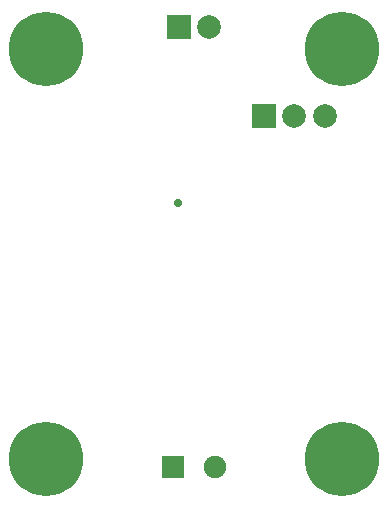
<source format=gbs>
G04*
G04 #@! TF.GenerationSoftware,Altium Limited,Altium Designer,19.1.6 (110)*
G04*
G04 Layer_Color=16711935*
%FSLAX43Y43*%
%MOMM*%
G71*
G01*
G75*
%ADD25C,1.900*%
%ADD26R,1.900X1.900*%
%ADD27C,2.000*%
%ADD28R,2.000X2.000*%
%ADD29C,6.300*%
%ADD30C,0.700*%
D25*
X88250Y53550D02*
D03*
D26*
X84750D02*
D03*
D27*
X97545Y83305D02*
D03*
X95000Y83300D02*
D03*
X87770Y90875D02*
D03*
D28*
X92460Y83300D02*
D03*
X85230Y90875D02*
D03*
D29*
X99000Y89000D02*
D03*
X74000D02*
D03*
X99000Y54285D02*
D03*
X74000D02*
D03*
D30*
X85100Y75950D02*
D03*
M02*

</source>
